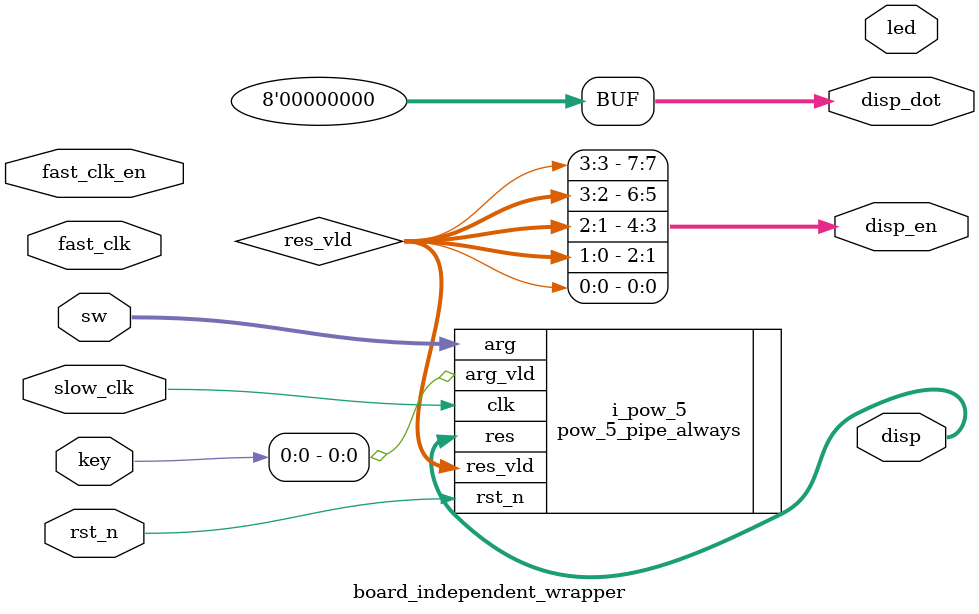
<source format=v>
module board_independent_wrapper
(
    input         fast_clk,
    input         slow_clk,
    input         rst_n,
    input         fast_clk_en,
    input  [ 3:0] key,
    input  [ 7:0] sw,
    output [ 7:0] led,
    output [ 7:0] disp_en,
    output [31:0] disp,
    output [ 7:0] disp_dot
);

    wire [3:0] res_vld;

    pow_5_pipe_always
    # (.w (8))
    i_pow_5
    (
        .clk     ( slow_clk    ),
        .rst_n   ( rst_n       ),
        .arg_vld ( key [0]     ),
        .arg     ( sw          ),
        .res_vld ( res_vld     ),
        .res     ( disp [31:0] )
    );

    assign disp_en  =
    {
        res_vld [3], res_vld [3],
        res_vld [2], res_vld [2],
        res_vld [1], res_vld [1],
        res_vld [0], res_vld [0]
    };

    assign disp_dot = 8'b0;

endmodule

</source>
